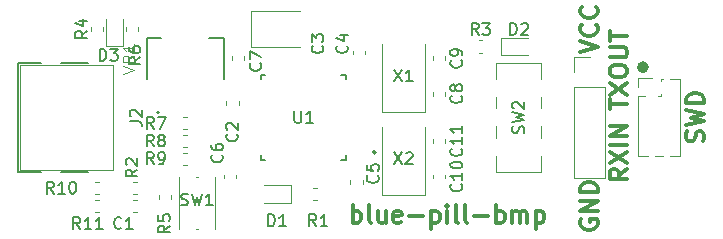
<source format=gbr>
%TF.GenerationSoftware,KiCad,Pcbnew,5.1.6-c6e7f7d~87~ubuntu19.10.1*%
%TF.CreationDate,2020-12-15T16:22:55-08:00*%
%TF.ProjectId,blue-pill-bmp,626c7565-2d70-4696-9c6c-2d626d702e6b,rev?*%
%TF.SameCoordinates,Original*%
%TF.FileFunction,Legend,Top*%
%TF.FilePolarity,Positive*%
%FSLAX46Y46*%
G04 Gerber Fmt 4.6, Leading zero omitted, Abs format (unit mm)*
G04 Created by KiCad (PCBNEW 5.1.6-c6e7f7d~87~ubuntu19.10.1) date 2020-12-15 16:22:55*
%MOMM*%
%LPD*%
G01*
G04 APERTURE LIST*
%ADD10C,0.300000*%
%ADD11C,0.500000*%
%ADD12C,0.200000*%
%ADD13C,0.127000*%
%ADD14C,0.120000*%
%ADD15C,0.150000*%
%ADD16C,0.015000*%
G04 APERTURE END LIST*
D10*
X123678571Y-108928571D02*
X123678571Y-107428571D01*
X123678571Y-108000000D02*
X123821428Y-107928571D01*
X124107142Y-107928571D01*
X124250000Y-108000000D01*
X124321428Y-108071428D01*
X124392857Y-108214285D01*
X124392857Y-108642857D01*
X124321428Y-108785714D01*
X124250000Y-108857142D01*
X124107142Y-108928571D01*
X123821428Y-108928571D01*
X123678571Y-108857142D01*
X125250000Y-108928571D02*
X125107142Y-108857142D01*
X125035714Y-108714285D01*
X125035714Y-107428571D01*
X126464285Y-107928571D02*
X126464285Y-108928571D01*
X125821428Y-107928571D02*
X125821428Y-108714285D01*
X125892857Y-108857142D01*
X126035714Y-108928571D01*
X126250000Y-108928571D01*
X126392857Y-108857142D01*
X126464285Y-108785714D01*
X127750000Y-108857142D02*
X127607142Y-108928571D01*
X127321428Y-108928571D01*
X127178571Y-108857142D01*
X127107142Y-108714285D01*
X127107142Y-108142857D01*
X127178571Y-108000000D01*
X127321428Y-107928571D01*
X127607142Y-107928571D01*
X127750000Y-108000000D01*
X127821428Y-108142857D01*
X127821428Y-108285714D01*
X127107142Y-108428571D01*
X128464285Y-108357142D02*
X129607142Y-108357142D01*
X130321428Y-107928571D02*
X130321428Y-109428571D01*
X130321428Y-108000000D02*
X130464285Y-107928571D01*
X130750000Y-107928571D01*
X130892857Y-108000000D01*
X130964285Y-108071428D01*
X131035714Y-108214285D01*
X131035714Y-108642857D01*
X130964285Y-108785714D01*
X130892857Y-108857142D01*
X130750000Y-108928571D01*
X130464285Y-108928571D01*
X130321428Y-108857142D01*
X131678571Y-108928571D02*
X131678571Y-107928571D01*
X131678571Y-107428571D02*
X131607142Y-107500000D01*
X131678571Y-107571428D01*
X131750000Y-107500000D01*
X131678571Y-107428571D01*
X131678571Y-107571428D01*
X132607142Y-108928571D02*
X132464285Y-108857142D01*
X132392857Y-108714285D01*
X132392857Y-107428571D01*
X133392857Y-108928571D02*
X133250000Y-108857142D01*
X133178571Y-108714285D01*
X133178571Y-107428571D01*
X133964285Y-108357142D02*
X135107142Y-108357142D01*
X135821428Y-108928571D02*
X135821428Y-107428571D01*
X135821428Y-108000000D02*
X135964285Y-107928571D01*
X136250000Y-107928571D01*
X136392857Y-108000000D01*
X136464285Y-108071428D01*
X136535714Y-108214285D01*
X136535714Y-108642857D01*
X136464285Y-108785714D01*
X136392857Y-108857142D01*
X136250000Y-108928571D01*
X135964285Y-108928571D01*
X135821428Y-108857142D01*
X137178571Y-108928571D02*
X137178571Y-107928571D01*
X137178571Y-108071428D02*
X137250000Y-108000000D01*
X137392857Y-107928571D01*
X137607142Y-107928571D01*
X137750000Y-108000000D01*
X137821428Y-108142857D01*
X137821428Y-108928571D01*
X137821428Y-108142857D02*
X137892857Y-108000000D01*
X138035714Y-107928571D01*
X138250000Y-107928571D01*
X138392857Y-108000000D01*
X138464285Y-108142857D01*
X138464285Y-108928571D01*
X139178571Y-107928571D02*
X139178571Y-109428571D01*
X139178571Y-108000000D02*
X139321428Y-107928571D01*
X139607142Y-107928571D01*
X139750000Y-108000000D01*
X139821428Y-108071428D01*
X139892857Y-108214285D01*
X139892857Y-108642857D01*
X139821428Y-108785714D01*
X139750000Y-108857142D01*
X139607142Y-108928571D01*
X139321428Y-108928571D01*
X139178571Y-108857142D01*
X146928571Y-104392857D02*
X146214285Y-104892857D01*
X146928571Y-105250000D02*
X145428571Y-105250000D01*
X145428571Y-104678571D01*
X145500000Y-104535714D01*
X145571428Y-104464285D01*
X145714285Y-104392857D01*
X145928571Y-104392857D01*
X146071428Y-104464285D01*
X146142857Y-104535714D01*
X146214285Y-104678571D01*
X146214285Y-105250000D01*
X145428571Y-103892857D02*
X146928571Y-102892857D01*
X145428571Y-102892857D02*
X146928571Y-103892857D01*
X146928571Y-102321428D02*
X145428571Y-102321428D01*
X146928571Y-101607142D02*
X145428571Y-101607142D01*
X146928571Y-100750000D01*
X145428571Y-100750000D01*
X145428571Y-99285714D02*
X145428571Y-98428571D01*
X146928571Y-98857142D02*
X145428571Y-98857142D01*
X145428571Y-98071428D02*
X146928571Y-97071428D01*
X145428571Y-97071428D02*
X146928571Y-98071428D01*
X145428571Y-96214285D02*
X145428571Y-95928571D01*
X145500000Y-95785714D01*
X145642857Y-95642857D01*
X145928571Y-95571428D01*
X146428571Y-95571428D01*
X146714285Y-95642857D01*
X146857142Y-95785714D01*
X146928571Y-95928571D01*
X146928571Y-96214285D01*
X146857142Y-96357142D01*
X146714285Y-96500000D01*
X146428571Y-96571428D01*
X145928571Y-96571428D01*
X145642857Y-96500000D01*
X145500000Y-96357142D01*
X145428571Y-96214285D01*
X145428571Y-94928571D02*
X146642857Y-94928571D01*
X146785714Y-94857142D01*
X146857142Y-94785714D01*
X146928571Y-94642857D01*
X146928571Y-94357142D01*
X146857142Y-94214285D01*
X146785714Y-94142857D01*
X146642857Y-94071428D01*
X145428571Y-94071428D01*
X145428571Y-93571428D02*
X145428571Y-92714285D01*
X146928571Y-93142857D02*
X145428571Y-93142857D01*
X143000000Y-108642857D02*
X142928571Y-108785714D01*
X142928571Y-109000000D01*
X143000000Y-109214285D01*
X143142857Y-109357142D01*
X143285714Y-109428571D01*
X143571428Y-109500000D01*
X143785714Y-109500000D01*
X144071428Y-109428571D01*
X144214285Y-109357142D01*
X144357142Y-109214285D01*
X144428571Y-109000000D01*
X144428571Y-108857142D01*
X144357142Y-108642857D01*
X144285714Y-108571428D01*
X143785714Y-108571428D01*
X143785714Y-108857142D01*
X144428571Y-107928571D02*
X142928571Y-107928571D01*
X144428571Y-107071428D01*
X142928571Y-107071428D01*
X144428571Y-106357142D02*
X142928571Y-106357142D01*
X142928571Y-106000000D01*
X143000000Y-105785714D01*
X143142857Y-105642857D01*
X143285714Y-105571428D01*
X143571428Y-105500000D01*
X143785714Y-105500000D01*
X144071428Y-105571428D01*
X144214285Y-105642857D01*
X144357142Y-105785714D01*
X144428571Y-106000000D01*
X144428571Y-106357142D01*
X142928571Y-94500000D02*
X144428571Y-94000000D01*
X142928571Y-93500000D01*
X144285714Y-92142857D02*
X144357142Y-92214285D01*
X144428571Y-92428571D01*
X144428571Y-92571428D01*
X144357142Y-92785714D01*
X144214285Y-92928571D01*
X144071428Y-93000000D01*
X143785714Y-93071428D01*
X143571428Y-93071428D01*
X143285714Y-93000000D01*
X143142857Y-92928571D01*
X143000000Y-92785714D01*
X142928571Y-92571428D01*
X142928571Y-92428571D01*
X143000000Y-92214285D01*
X143071428Y-92142857D01*
X144285714Y-90642857D02*
X144357142Y-90714285D01*
X144428571Y-90928571D01*
X144428571Y-91071428D01*
X144357142Y-91285714D01*
X144214285Y-91428571D01*
X144071428Y-91500000D01*
X143785714Y-91571428D01*
X143571428Y-91571428D01*
X143285714Y-91500000D01*
X143142857Y-91428571D01*
X143000000Y-91285714D01*
X142928571Y-91071428D01*
X142928571Y-90928571D01*
X143000000Y-90714285D01*
X143071428Y-90642857D01*
X153357142Y-102035714D02*
X153428571Y-101821428D01*
X153428571Y-101464285D01*
X153357142Y-101321428D01*
X153285714Y-101250000D01*
X153142857Y-101178571D01*
X153000000Y-101178571D01*
X152857142Y-101250000D01*
X152785714Y-101321428D01*
X152714285Y-101464285D01*
X152642857Y-101750000D01*
X152571428Y-101892857D01*
X152500000Y-101964285D01*
X152357142Y-102035714D01*
X152214285Y-102035714D01*
X152071428Y-101964285D01*
X152000000Y-101892857D01*
X151928571Y-101750000D01*
X151928571Y-101392857D01*
X152000000Y-101178571D01*
X151928571Y-100678571D02*
X153428571Y-100321428D01*
X152357142Y-100035714D01*
X153428571Y-99750000D01*
X151928571Y-99392857D01*
X153428571Y-98821428D02*
X151928571Y-98821428D01*
X151928571Y-98464285D01*
X152000000Y-98250000D01*
X152142857Y-98107142D01*
X152285714Y-98035714D01*
X152571428Y-97964285D01*
X152785714Y-97964285D01*
X153071428Y-98035714D01*
X153214285Y-98107142D01*
X153357142Y-98250000D01*
X153428571Y-98464285D01*
X153428571Y-98821428D01*
D11*
X148500000Y-95750000D02*
G75*
G03*
X148500000Y-95750000I-250000J0D01*
G01*
D12*
%TO.C,VR1*%
X107300000Y-99600000D02*
G75*
G03*
X107300000Y-99600000I-100000J0D01*
G01*
D13*
X106250000Y-93250000D02*
X107490000Y-93250000D01*
X106250000Y-96750000D02*
X106250000Y-93250000D01*
X112750000Y-93250000D02*
X111510000Y-93250000D01*
X112750000Y-96750000D02*
X112750000Y-93250000D01*
D14*
%TO.C,R6*%
X105510000Y-92337221D02*
X105510000Y-92662779D01*
X104490000Y-92337221D02*
X104490000Y-92662779D01*
%TO.C,X2*%
X129800000Y-106550000D02*
X129800000Y-100800000D01*
X126200000Y-106550000D02*
X129800000Y-106550000D01*
X126200000Y-100800000D02*
X126200000Y-106550000D01*
%TO.C,X1*%
X129800000Y-99550000D02*
X129800000Y-93800000D01*
X126200000Y-99550000D02*
X129800000Y-99550000D01*
X126200000Y-93800000D02*
X126200000Y-99550000D01*
D13*
%TO.C,U1*%
X122710000Y-103600000D02*
X123100000Y-103600000D01*
X123100000Y-103600000D02*
X123100000Y-103210000D01*
D12*
X125650000Y-102950000D02*
G75*
G03*
X125650000Y-102950000I-150000J0D01*
G01*
D13*
X123100000Y-96790000D02*
X123100000Y-96400000D01*
X123100000Y-96400000D02*
X122710000Y-96400000D01*
X116290000Y-96400000D02*
X115900000Y-96400000D01*
X115900000Y-96400000D02*
X115900000Y-96790000D01*
X115900000Y-103210000D02*
X115900000Y-103600000D01*
X115900000Y-103600000D02*
X116290000Y-103600000D01*
D14*
%TO.C,SW2*%
X135840000Y-95390000D02*
X139660000Y-95390000D01*
X135840000Y-103260000D02*
X135840000Y-104610000D01*
X135840000Y-104610000D02*
X139660000Y-104610000D01*
X139660000Y-104610000D02*
X139660000Y-103260000D01*
X135840000Y-100760000D02*
X135840000Y-101740000D01*
X135840000Y-95390000D02*
X135840000Y-96740000D01*
X139660000Y-95390000D02*
X139660000Y-96740000D01*
X135840000Y-98260000D02*
X135840000Y-99240000D01*
X139660000Y-100760000D02*
X139660000Y-101740000D01*
X139660000Y-98260000D02*
X139660000Y-99240000D01*
%TO.C,SW1*%
X110550000Y-105050000D02*
X110450000Y-105050000D01*
X112050000Y-109450000D02*
X112050000Y-105050000D01*
X108950000Y-105050000D02*
X108950000Y-109450000D01*
X110550000Y-109450000D02*
X110450000Y-109450000D01*
%TO.C,R11*%
X101837221Y-106990000D02*
X102162779Y-106990000D01*
X101837221Y-108010000D02*
X102162779Y-108010000D01*
%TO.C,R10*%
X101837221Y-105490000D02*
X102162779Y-105490000D01*
X101837221Y-106510000D02*
X102162779Y-106510000D01*
%TO.C,R9*%
X109337221Y-102990000D02*
X109662779Y-102990000D01*
X109337221Y-104010000D02*
X109662779Y-104010000D01*
%TO.C,R8*%
X109662779Y-102510000D02*
X109337221Y-102510000D01*
X109662779Y-101490000D02*
X109337221Y-101490000D01*
%TO.C,R7*%
X109662779Y-101010000D02*
X109337221Y-101010000D01*
X109662779Y-99990000D02*
X109337221Y-99990000D01*
%TO.C,R5*%
X107240000Y-106912779D02*
X107240000Y-106587221D01*
X108260000Y-106912779D02*
X108260000Y-106587221D01*
%TO.C,R4*%
X102510000Y-92337221D02*
X102510000Y-92662779D01*
X101490000Y-92337221D02*
X101490000Y-92662779D01*
%TO.C,R3*%
X134337221Y-93490000D02*
X134662779Y-93490000D01*
X134337221Y-94510000D02*
X134662779Y-94510000D01*
%TO.C,R2*%
X105412779Y-106510000D02*
X105087221Y-106510000D01*
X105412779Y-105490000D02*
X105087221Y-105490000D01*
%TO.C,R1*%
X120662779Y-107010000D02*
X120337221Y-107010000D01*
X120662779Y-105990000D02*
X120337221Y-105990000D01*
%TO.C,J4*%
X147870000Y-103235000D02*
X148692470Y-103235000D01*
X150577530Y-103235000D02*
X151400000Y-103235000D01*
X149307530Y-103235000D02*
X149962470Y-103235000D01*
X147870000Y-98220000D02*
X147870000Y-103235000D01*
X151400000Y-96765000D02*
X151400000Y-103235000D01*
X147870000Y-98220000D02*
X148436529Y-98220000D01*
X149563471Y-98220000D02*
X149706529Y-98220000D01*
X149760000Y-98166529D02*
X149760000Y-98023471D01*
X149760000Y-96896529D02*
X149760000Y-96765000D01*
X149760000Y-96765000D02*
X149962470Y-96765000D01*
X150577530Y-96765000D02*
X151400000Y-96765000D01*
X147870000Y-97460000D02*
X147870000Y-96700000D01*
X147870000Y-96700000D02*
X149000000Y-96700000D01*
%TO.C,J3*%
X142420000Y-105140000D02*
X145080000Y-105140000D01*
X142420000Y-97460000D02*
X142420000Y-105140000D01*
X145080000Y-97460000D02*
X145080000Y-105140000D01*
X142420000Y-97460000D02*
X145080000Y-97460000D01*
X142420000Y-96190000D02*
X142420000Y-94860000D01*
X142420000Y-94860000D02*
X143750000Y-94860000D01*
D15*
%TO.C,J2*%
X98950000Y-104600000D02*
X101250000Y-104600000D01*
X95350000Y-104600000D02*
X97300000Y-104600000D01*
X98950000Y-95400000D02*
X101250000Y-95400000D01*
X95350000Y-95400000D02*
X97300000Y-95400000D01*
X95350000Y-104600000D02*
X95350000Y-95400000D01*
D14*
X103425000Y-95530000D02*
X95475000Y-95530000D01*
X95475000Y-104470000D02*
X95475000Y-95530000D01*
X103425000Y-104470000D02*
X95475000Y-104470000D01*
X103425000Y-95530000D02*
X103425000Y-104470000D01*
%TO.C,D3*%
X104235000Y-93985000D02*
X104235000Y-91700000D01*
X102765000Y-93985000D02*
X104235000Y-93985000D01*
X102765000Y-91700000D02*
X102765000Y-93985000D01*
%TO.C,D2*%
X136265000Y-94735000D02*
X138550000Y-94735000D01*
X136265000Y-93265000D02*
X136265000Y-94735000D01*
X138550000Y-93265000D02*
X136265000Y-93265000D01*
%TO.C,D1*%
X118485000Y-105765000D02*
X116200000Y-105765000D01*
X118485000Y-107235000D02*
X118485000Y-105765000D01*
X116200000Y-107235000D02*
X118485000Y-107235000D01*
%TO.C,C11*%
X131510000Y-101837221D02*
X131510000Y-102162779D01*
X130490000Y-101837221D02*
X130490000Y-102162779D01*
%TO.C,C10*%
X130490000Y-105162779D02*
X130490000Y-104837221D01*
X131510000Y-105162779D02*
X131510000Y-104837221D01*
%TO.C,C9*%
X131510000Y-94837221D02*
X131510000Y-95162779D01*
X130490000Y-94837221D02*
X130490000Y-95162779D01*
%TO.C,C8*%
X130490000Y-98162779D02*
X130490000Y-97837221D01*
X131510000Y-98162779D02*
X131510000Y-97837221D01*
%TO.C,C7*%
X113490000Y-95162779D02*
X113490000Y-94837221D01*
X114510000Y-95162779D02*
X114510000Y-94837221D01*
%TO.C,C6*%
X113760000Y-104837221D02*
X113760000Y-105162779D01*
X112740000Y-104837221D02*
X112740000Y-105162779D01*
%TO.C,C5*%
X124510000Y-105337221D02*
X124510000Y-105662779D01*
X123490000Y-105337221D02*
X123490000Y-105662779D01*
%TO.C,C4*%
X123740000Y-94662779D02*
X123740000Y-94337221D01*
X124760000Y-94662779D02*
X124760000Y-94337221D01*
%TO.C,C3*%
X119250000Y-90990000D02*
X115040000Y-90990000D01*
X115040000Y-90990000D02*
X115040000Y-94010000D01*
X115040000Y-94010000D02*
X119250000Y-94010000D01*
%TO.C,C2*%
X114010000Y-98587221D02*
X114010000Y-98912779D01*
X112990000Y-98587221D02*
X112990000Y-98912779D01*
%TO.C,C1*%
X105087221Y-106990000D02*
X105412779Y-106990000D01*
X105087221Y-108010000D02*
X105412779Y-108010000D01*
%TO.C,VR1*%
D16*
X104198380Y-96334523D02*
X105198380Y-96001190D01*
X104198380Y-95667857D01*
X105198380Y-94763095D02*
X104722190Y-95096428D01*
X105198380Y-95334523D02*
X104198380Y-95334523D01*
X104198380Y-94953571D01*
X104246000Y-94858333D01*
X104293619Y-94810714D01*
X104388857Y-94763095D01*
X104531714Y-94763095D01*
X104626952Y-94810714D01*
X104674571Y-94858333D01*
X104722190Y-94953571D01*
X104722190Y-95334523D01*
X105198380Y-93810714D02*
X105198380Y-94382142D01*
X105198380Y-94096428D02*
X104198380Y-94096428D01*
X104341238Y-94191666D01*
X104436476Y-94286904D01*
X104484095Y-94382142D01*
%TO.C,R6*%
D15*
X105702380Y-94916666D02*
X105226190Y-95250000D01*
X105702380Y-95488095D02*
X104702380Y-95488095D01*
X104702380Y-95107142D01*
X104750000Y-95011904D01*
X104797619Y-94964285D01*
X104892857Y-94916666D01*
X105035714Y-94916666D01*
X105130952Y-94964285D01*
X105178571Y-95011904D01*
X105226190Y-95107142D01*
X105226190Y-95488095D01*
X104702380Y-94059523D02*
X104702380Y-94250000D01*
X104750000Y-94345238D01*
X104797619Y-94392857D01*
X104940476Y-94488095D01*
X105130952Y-94535714D01*
X105511904Y-94535714D01*
X105607142Y-94488095D01*
X105654761Y-94440476D01*
X105702380Y-94345238D01*
X105702380Y-94154761D01*
X105654761Y-94059523D01*
X105607142Y-94011904D01*
X105511904Y-93964285D01*
X105273809Y-93964285D01*
X105178571Y-94011904D01*
X105130952Y-94059523D01*
X105083333Y-94154761D01*
X105083333Y-94345238D01*
X105130952Y-94440476D01*
X105178571Y-94488095D01*
X105273809Y-94535714D01*
%TO.C,X2*%
X127190476Y-102952380D02*
X127857142Y-103952380D01*
X127857142Y-102952380D02*
X127190476Y-103952380D01*
X128190476Y-103047619D02*
X128238095Y-103000000D01*
X128333333Y-102952380D01*
X128571428Y-102952380D01*
X128666666Y-103000000D01*
X128714285Y-103047619D01*
X128761904Y-103142857D01*
X128761904Y-103238095D01*
X128714285Y-103380952D01*
X128142857Y-103952380D01*
X128761904Y-103952380D01*
%TO.C,X1*%
X127190476Y-95952380D02*
X127857142Y-96952380D01*
X127857142Y-95952380D02*
X127190476Y-96952380D01*
X128761904Y-96952380D02*
X128190476Y-96952380D01*
X128476190Y-96952380D02*
X128476190Y-95952380D01*
X128380952Y-96095238D01*
X128285714Y-96190476D01*
X128190476Y-96238095D01*
%TO.C,U1*%
X118738095Y-99452380D02*
X118738095Y-100261904D01*
X118785714Y-100357142D01*
X118833333Y-100404761D01*
X118928571Y-100452380D01*
X119119047Y-100452380D01*
X119214285Y-100404761D01*
X119261904Y-100357142D01*
X119309523Y-100261904D01*
X119309523Y-99452380D01*
X120309523Y-100452380D02*
X119738095Y-100452380D01*
X120023809Y-100452380D02*
X120023809Y-99452380D01*
X119928571Y-99595238D01*
X119833333Y-99690476D01*
X119738095Y-99738095D01*
%TO.C,SW2*%
X138154761Y-101333333D02*
X138202380Y-101190476D01*
X138202380Y-100952380D01*
X138154761Y-100857142D01*
X138107142Y-100809523D01*
X138011904Y-100761904D01*
X137916666Y-100761904D01*
X137821428Y-100809523D01*
X137773809Y-100857142D01*
X137726190Y-100952380D01*
X137678571Y-101142857D01*
X137630952Y-101238095D01*
X137583333Y-101285714D01*
X137488095Y-101333333D01*
X137392857Y-101333333D01*
X137297619Y-101285714D01*
X137250000Y-101238095D01*
X137202380Y-101142857D01*
X137202380Y-100904761D01*
X137250000Y-100761904D01*
X137202380Y-100428571D02*
X138202380Y-100190476D01*
X137488095Y-100000000D01*
X138202380Y-99809523D01*
X137202380Y-99571428D01*
X137297619Y-99238095D02*
X137250000Y-99190476D01*
X137202380Y-99095238D01*
X137202380Y-98857142D01*
X137250000Y-98761904D01*
X137297619Y-98714285D01*
X137392857Y-98666666D01*
X137488095Y-98666666D01*
X137630952Y-98714285D01*
X138202380Y-99285714D01*
X138202380Y-98666666D01*
%TO.C,SW1*%
X109166666Y-107404761D02*
X109309523Y-107452380D01*
X109547619Y-107452380D01*
X109642857Y-107404761D01*
X109690476Y-107357142D01*
X109738095Y-107261904D01*
X109738095Y-107166666D01*
X109690476Y-107071428D01*
X109642857Y-107023809D01*
X109547619Y-106976190D01*
X109357142Y-106928571D01*
X109261904Y-106880952D01*
X109214285Y-106833333D01*
X109166666Y-106738095D01*
X109166666Y-106642857D01*
X109214285Y-106547619D01*
X109261904Y-106500000D01*
X109357142Y-106452380D01*
X109595238Y-106452380D01*
X109738095Y-106500000D01*
X110071428Y-106452380D02*
X110309523Y-107452380D01*
X110500000Y-106738095D01*
X110690476Y-107452380D01*
X110928571Y-106452380D01*
X111833333Y-107452380D02*
X111261904Y-107452380D01*
X111547619Y-107452380D02*
X111547619Y-106452380D01*
X111452380Y-106595238D01*
X111357142Y-106690476D01*
X111261904Y-106738095D01*
%TO.C,R11*%
X100607142Y-109452380D02*
X100273809Y-108976190D01*
X100035714Y-109452380D02*
X100035714Y-108452380D01*
X100416666Y-108452380D01*
X100511904Y-108500000D01*
X100559523Y-108547619D01*
X100607142Y-108642857D01*
X100607142Y-108785714D01*
X100559523Y-108880952D01*
X100511904Y-108928571D01*
X100416666Y-108976190D01*
X100035714Y-108976190D01*
X101559523Y-109452380D02*
X100988095Y-109452380D01*
X101273809Y-109452380D02*
X101273809Y-108452380D01*
X101178571Y-108595238D01*
X101083333Y-108690476D01*
X100988095Y-108738095D01*
X102511904Y-109452380D02*
X101940476Y-109452380D01*
X102226190Y-109452380D02*
X102226190Y-108452380D01*
X102130952Y-108595238D01*
X102035714Y-108690476D01*
X101940476Y-108738095D01*
%TO.C,R10*%
X98357142Y-106452380D02*
X98023809Y-105976190D01*
X97785714Y-106452380D02*
X97785714Y-105452380D01*
X98166666Y-105452380D01*
X98261904Y-105500000D01*
X98309523Y-105547619D01*
X98357142Y-105642857D01*
X98357142Y-105785714D01*
X98309523Y-105880952D01*
X98261904Y-105928571D01*
X98166666Y-105976190D01*
X97785714Y-105976190D01*
X99309523Y-106452380D02*
X98738095Y-106452380D01*
X99023809Y-106452380D02*
X99023809Y-105452380D01*
X98928571Y-105595238D01*
X98833333Y-105690476D01*
X98738095Y-105738095D01*
X99928571Y-105452380D02*
X100023809Y-105452380D01*
X100119047Y-105500000D01*
X100166666Y-105547619D01*
X100214285Y-105642857D01*
X100261904Y-105833333D01*
X100261904Y-106071428D01*
X100214285Y-106261904D01*
X100166666Y-106357142D01*
X100119047Y-106404761D01*
X100023809Y-106452380D01*
X99928571Y-106452380D01*
X99833333Y-106404761D01*
X99785714Y-106357142D01*
X99738095Y-106261904D01*
X99690476Y-106071428D01*
X99690476Y-105833333D01*
X99738095Y-105642857D01*
X99785714Y-105547619D01*
X99833333Y-105500000D01*
X99928571Y-105452380D01*
%TO.C,R9*%
X106833333Y-103952380D02*
X106500000Y-103476190D01*
X106261904Y-103952380D02*
X106261904Y-102952380D01*
X106642857Y-102952380D01*
X106738095Y-103000000D01*
X106785714Y-103047619D01*
X106833333Y-103142857D01*
X106833333Y-103285714D01*
X106785714Y-103380952D01*
X106738095Y-103428571D01*
X106642857Y-103476190D01*
X106261904Y-103476190D01*
X107309523Y-103952380D02*
X107500000Y-103952380D01*
X107595238Y-103904761D01*
X107642857Y-103857142D01*
X107738095Y-103714285D01*
X107785714Y-103523809D01*
X107785714Y-103142857D01*
X107738095Y-103047619D01*
X107690476Y-103000000D01*
X107595238Y-102952380D01*
X107404761Y-102952380D01*
X107309523Y-103000000D01*
X107261904Y-103047619D01*
X107214285Y-103142857D01*
X107214285Y-103380952D01*
X107261904Y-103476190D01*
X107309523Y-103523809D01*
X107404761Y-103571428D01*
X107595238Y-103571428D01*
X107690476Y-103523809D01*
X107738095Y-103476190D01*
X107785714Y-103380952D01*
%TO.C,R8*%
X106833333Y-102452380D02*
X106500000Y-101976190D01*
X106261904Y-102452380D02*
X106261904Y-101452380D01*
X106642857Y-101452380D01*
X106738095Y-101500000D01*
X106785714Y-101547619D01*
X106833333Y-101642857D01*
X106833333Y-101785714D01*
X106785714Y-101880952D01*
X106738095Y-101928571D01*
X106642857Y-101976190D01*
X106261904Y-101976190D01*
X107404761Y-101880952D02*
X107309523Y-101833333D01*
X107261904Y-101785714D01*
X107214285Y-101690476D01*
X107214285Y-101642857D01*
X107261904Y-101547619D01*
X107309523Y-101500000D01*
X107404761Y-101452380D01*
X107595238Y-101452380D01*
X107690476Y-101500000D01*
X107738095Y-101547619D01*
X107785714Y-101642857D01*
X107785714Y-101690476D01*
X107738095Y-101785714D01*
X107690476Y-101833333D01*
X107595238Y-101880952D01*
X107404761Y-101880952D01*
X107309523Y-101928571D01*
X107261904Y-101976190D01*
X107214285Y-102071428D01*
X107214285Y-102261904D01*
X107261904Y-102357142D01*
X107309523Y-102404761D01*
X107404761Y-102452380D01*
X107595238Y-102452380D01*
X107690476Y-102404761D01*
X107738095Y-102357142D01*
X107785714Y-102261904D01*
X107785714Y-102071428D01*
X107738095Y-101976190D01*
X107690476Y-101928571D01*
X107595238Y-101880952D01*
%TO.C,R7*%
X106833333Y-100952380D02*
X106500000Y-100476190D01*
X106261904Y-100952380D02*
X106261904Y-99952380D01*
X106642857Y-99952380D01*
X106738095Y-100000000D01*
X106785714Y-100047619D01*
X106833333Y-100142857D01*
X106833333Y-100285714D01*
X106785714Y-100380952D01*
X106738095Y-100428571D01*
X106642857Y-100476190D01*
X106261904Y-100476190D01*
X107166666Y-99952380D02*
X107833333Y-99952380D01*
X107404761Y-100952380D01*
%TO.C,R5*%
X108202380Y-109166666D02*
X107726190Y-109500000D01*
X108202380Y-109738095D02*
X107202380Y-109738095D01*
X107202380Y-109357142D01*
X107250000Y-109261904D01*
X107297619Y-109214285D01*
X107392857Y-109166666D01*
X107535714Y-109166666D01*
X107630952Y-109214285D01*
X107678571Y-109261904D01*
X107726190Y-109357142D01*
X107726190Y-109738095D01*
X107202380Y-108261904D02*
X107202380Y-108738095D01*
X107678571Y-108785714D01*
X107630952Y-108738095D01*
X107583333Y-108642857D01*
X107583333Y-108404761D01*
X107630952Y-108309523D01*
X107678571Y-108261904D01*
X107773809Y-108214285D01*
X108011904Y-108214285D01*
X108107142Y-108261904D01*
X108154761Y-108309523D01*
X108202380Y-108404761D01*
X108202380Y-108642857D01*
X108154761Y-108738095D01*
X108107142Y-108785714D01*
%TO.C,R4*%
X101202380Y-92666666D02*
X100726190Y-93000000D01*
X101202380Y-93238095D02*
X100202380Y-93238095D01*
X100202380Y-92857142D01*
X100250000Y-92761904D01*
X100297619Y-92714285D01*
X100392857Y-92666666D01*
X100535714Y-92666666D01*
X100630952Y-92714285D01*
X100678571Y-92761904D01*
X100726190Y-92857142D01*
X100726190Y-93238095D01*
X100535714Y-91809523D02*
X101202380Y-91809523D01*
X100154761Y-92047619D02*
X100869047Y-92285714D01*
X100869047Y-91666666D01*
%TO.C,R3*%
X134333333Y-93022380D02*
X134000000Y-92546190D01*
X133761904Y-93022380D02*
X133761904Y-92022380D01*
X134142857Y-92022380D01*
X134238095Y-92070000D01*
X134285714Y-92117619D01*
X134333333Y-92212857D01*
X134333333Y-92355714D01*
X134285714Y-92450952D01*
X134238095Y-92498571D01*
X134142857Y-92546190D01*
X133761904Y-92546190D01*
X134666666Y-92022380D02*
X135285714Y-92022380D01*
X134952380Y-92403333D01*
X135095238Y-92403333D01*
X135190476Y-92450952D01*
X135238095Y-92498571D01*
X135285714Y-92593809D01*
X135285714Y-92831904D01*
X135238095Y-92927142D01*
X135190476Y-92974761D01*
X135095238Y-93022380D01*
X134809523Y-93022380D01*
X134714285Y-92974761D01*
X134666666Y-92927142D01*
%TO.C,R2*%
X105452380Y-104416666D02*
X104976190Y-104750000D01*
X105452380Y-104988095D02*
X104452380Y-104988095D01*
X104452380Y-104607142D01*
X104500000Y-104511904D01*
X104547619Y-104464285D01*
X104642857Y-104416666D01*
X104785714Y-104416666D01*
X104880952Y-104464285D01*
X104928571Y-104511904D01*
X104976190Y-104607142D01*
X104976190Y-104988095D01*
X104547619Y-104035714D02*
X104500000Y-103988095D01*
X104452380Y-103892857D01*
X104452380Y-103654761D01*
X104500000Y-103559523D01*
X104547619Y-103511904D01*
X104642857Y-103464285D01*
X104738095Y-103464285D01*
X104880952Y-103511904D01*
X105452380Y-104083333D01*
X105452380Y-103464285D01*
%TO.C,R1*%
X120583333Y-109202380D02*
X120250000Y-108726190D01*
X120011904Y-109202380D02*
X120011904Y-108202380D01*
X120392857Y-108202380D01*
X120488095Y-108250000D01*
X120535714Y-108297619D01*
X120583333Y-108392857D01*
X120583333Y-108535714D01*
X120535714Y-108630952D01*
X120488095Y-108678571D01*
X120392857Y-108726190D01*
X120011904Y-108726190D01*
X121535714Y-109202380D02*
X120964285Y-109202380D01*
X121250000Y-109202380D02*
X121250000Y-108202380D01*
X121154761Y-108345238D01*
X121059523Y-108440476D01*
X120964285Y-108488095D01*
%TO.C,J2*%
X104802380Y-100333333D02*
X105516666Y-100333333D01*
X105659523Y-100380952D01*
X105754761Y-100476190D01*
X105802380Y-100619047D01*
X105802380Y-100714285D01*
X104897619Y-99904761D02*
X104850000Y-99857142D01*
X104802380Y-99761904D01*
X104802380Y-99523809D01*
X104850000Y-99428571D01*
X104897619Y-99380952D01*
X104992857Y-99333333D01*
X105088095Y-99333333D01*
X105230952Y-99380952D01*
X105802380Y-99952380D01*
X105802380Y-99333333D01*
%TO.C,D3*%
X102261904Y-95202380D02*
X102261904Y-94202380D01*
X102500000Y-94202380D01*
X102642857Y-94250000D01*
X102738095Y-94345238D01*
X102785714Y-94440476D01*
X102833333Y-94630952D01*
X102833333Y-94773809D01*
X102785714Y-94964285D01*
X102738095Y-95059523D01*
X102642857Y-95154761D01*
X102500000Y-95202380D01*
X102261904Y-95202380D01*
X103166666Y-94202380D02*
X103785714Y-94202380D01*
X103452380Y-94583333D01*
X103595238Y-94583333D01*
X103690476Y-94630952D01*
X103738095Y-94678571D01*
X103785714Y-94773809D01*
X103785714Y-95011904D01*
X103738095Y-95107142D01*
X103690476Y-95154761D01*
X103595238Y-95202380D01*
X103309523Y-95202380D01*
X103214285Y-95154761D01*
X103166666Y-95107142D01*
%TO.C,D2*%
X137011904Y-93022380D02*
X137011904Y-92022380D01*
X137250000Y-92022380D01*
X137392857Y-92070000D01*
X137488095Y-92165238D01*
X137535714Y-92260476D01*
X137583333Y-92450952D01*
X137583333Y-92593809D01*
X137535714Y-92784285D01*
X137488095Y-92879523D01*
X137392857Y-92974761D01*
X137250000Y-93022380D01*
X137011904Y-93022380D01*
X137964285Y-92117619D02*
X138011904Y-92070000D01*
X138107142Y-92022380D01*
X138345238Y-92022380D01*
X138440476Y-92070000D01*
X138488095Y-92117619D01*
X138535714Y-92212857D01*
X138535714Y-92308095D01*
X138488095Y-92450952D01*
X137916666Y-93022380D01*
X138535714Y-93022380D01*
%TO.C,D1*%
X116511904Y-109202380D02*
X116511904Y-108202380D01*
X116750000Y-108202380D01*
X116892857Y-108250000D01*
X116988095Y-108345238D01*
X117035714Y-108440476D01*
X117083333Y-108630952D01*
X117083333Y-108773809D01*
X117035714Y-108964285D01*
X116988095Y-109059523D01*
X116892857Y-109154761D01*
X116750000Y-109202380D01*
X116511904Y-109202380D01*
X118035714Y-109202380D02*
X117464285Y-109202380D01*
X117750000Y-109202380D02*
X117750000Y-108202380D01*
X117654761Y-108345238D01*
X117559523Y-108440476D01*
X117464285Y-108488095D01*
%TO.C,C11*%
X132857142Y-102642857D02*
X132904761Y-102690476D01*
X132952380Y-102833333D01*
X132952380Y-102928571D01*
X132904761Y-103071428D01*
X132809523Y-103166666D01*
X132714285Y-103214285D01*
X132523809Y-103261904D01*
X132380952Y-103261904D01*
X132190476Y-103214285D01*
X132095238Y-103166666D01*
X132000000Y-103071428D01*
X131952380Y-102928571D01*
X131952380Y-102833333D01*
X132000000Y-102690476D01*
X132047619Y-102642857D01*
X132952380Y-101690476D02*
X132952380Y-102261904D01*
X132952380Y-101976190D02*
X131952380Y-101976190D01*
X132095238Y-102071428D01*
X132190476Y-102166666D01*
X132238095Y-102261904D01*
X132952380Y-100738095D02*
X132952380Y-101309523D01*
X132952380Y-101023809D02*
X131952380Y-101023809D01*
X132095238Y-101119047D01*
X132190476Y-101214285D01*
X132238095Y-101309523D01*
%TO.C,C10*%
X132857142Y-105642857D02*
X132904761Y-105690476D01*
X132952380Y-105833333D01*
X132952380Y-105928571D01*
X132904761Y-106071428D01*
X132809523Y-106166666D01*
X132714285Y-106214285D01*
X132523809Y-106261904D01*
X132380952Y-106261904D01*
X132190476Y-106214285D01*
X132095238Y-106166666D01*
X132000000Y-106071428D01*
X131952380Y-105928571D01*
X131952380Y-105833333D01*
X132000000Y-105690476D01*
X132047619Y-105642857D01*
X132952380Y-104690476D02*
X132952380Y-105261904D01*
X132952380Y-104976190D02*
X131952380Y-104976190D01*
X132095238Y-105071428D01*
X132190476Y-105166666D01*
X132238095Y-105261904D01*
X131952380Y-104071428D02*
X131952380Y-103976190D01*
X132000000Y-103880952D01*
X132047619Y-103833333D01*
X132142857Y-103785714D01*
X132333333Y-103738095D01*
X132571428Y-103738095D01*
X132761904Y-103785714D01*
X132857142Y-103833333D01*
X132904761Y-103880952D01*
X132952380Y-103976190D01*
X132952380Y-104071428D01*
X132904761Y-104166666D01*
X132857142Y-104214285D01*
X132761904Y-104261904D01*
X132571428Y-104309523D01*
X132333333Y-104309523D01*
X132142857Y-104261904D01*
X132047619Y-104214285D01*
X132000000Y-104166666D01*
X131952380Y-104071428D01*
%TO.C,C9*%
X132857142Y-95166666D02*
X132904761Y-95214285D01*
X132952380Y-95357142D01*
X132952380Y-95452380D01*
X132904761Y-95595238D01*
X132809523Y-95690476D01*
X132714285Y-95738095D01*
X132523809Y-95785714D01*
X132380952Y-95785714D01*
X132190476Y-95738095D01*
X132095238Y-95690476D01*
X132000000Y-95595238D01*
X131952380Y-95452380D01*
X131952380Y-95357142D01*
X132000000Y-95214285D01*
X132047619Y-95166666D01*
X132952380Y-94690476D02*
X132952380Y-94500000D01*
X132904761Y-94404761D01*
X132857142Y-94357142D01*
X132714285Y-94261904D01*
X132523809Y-94214285D01*
X132142857Y-94214285D01*
X132047619Y-94261904D01*
X132000000Y-94309523D01*
X131952380Y-94404761D01*
X131952380Y-94595238D01*
X132000000Y-94690476D01*
X132047619Y-94738095D01*
X132142857Y-94785714D01*
X132380952Y-94785714D01*
X132476190Y-94738095D01*
X132523809Y-94690476D01*
X132571428Y-94595238D01*
X132571428Y-94404761D01*
X132523809Y-94309523D01*
X132476190Y-94261904D01*
X132380952Y-94214285D01*
%TO.C,C8*%
X132857142Y-98166666D02*
X132904761Y-98214285D01*
X132952380Y-98357142D01*
X132952380Y-98452380D01*
X132904761Y-98595238D01*
X132809523Y-98690476D01*
X132714285Y-98738095D01*
X132523809Y-98785714D01*
X132380952Y-98785714D01*
X132190476Y-98738095D01*
X132095238Y-98690476D01*
X132000000Y-98595238D01*
X131952380Y-98452380D01*
X131952380Y-98357142D01*
X132000000Y-98214285D01*
X132047619Y-98166666D01*
X132380952Y-97595238D02*
X132333333Y-97690476D01*
X132285714Y-97738095D01*
X132190476Y-97785714D01*
X132142857Y-97785714D01*
X132047619Y-97738095D01*
X132000000Y-97690476D01*
X131952380Y-97595238D01*
X131952380Y-97404761D01*
X132000000Y-97309523D01*
X132047619Y-97261904D01*
X132142857Y-97214285D01*
X132190476Y-97214285D01*
X132285714Y-97261904D01*
X132333333Y-97309523D01*
X132380952Y-97404761D01*
X132380952Y-97595238D01*
X132428571Y-97690476D01*
X132476190Y-97738095D01*
X132571428Y-97785714D01*
X132761904Y-97785714D01*
X132857142Y-97738095D01*
X132904761Y-97690476D01*
X132952380Y-97595238D01*
X132952380Y-97404761D01*
X132904761Y-97309523D01*
X132857142Y-97261904D01*
X132761904Y-97214285D01*
X132571428Y-97214285D01*
X132476190Y-97261904D01*
X132428571Y-97309523D01*
X132380952Y-97404761D01*
%TO.C,C7*%
X115857142Y-95416666D02*
X115904761Y-95464285D01*
X115952380Y-95607142D01*
X115952380Y-95702380D01*
X115904761Y-95845238D01*
X115809523Y-95940476D01*
X115714285Y-95988095D01*
X115523809Y-96035714D01*
X115380952Y-96035714D01*
X115190476Y-95988095D01*
X115095238Y-95940476D01*
X115000000Y-95845238D01*
X114952380Y-95702380D01*
X114952380Y-95607142D01*
X115000000Y-95464285D01*
X115047619Y-95416666D01*
X114952380Y-95083333D02*
X114952380Y-94416666D01*
X115952380Y-94845238D01*
%TO.C,C6*%
X112607142Y-103166666D02*
X112654761Y-103214285D01*
X112702380Y-103357142D01*
X112702380Y-103452380D01*
X112654761Y-103595238D01*
X112559523Y-103690476D01*
X112464285Y-103738095D01*
X112273809Y-103785714D01*
X112130952Y-103785714D01*
X111940476Y-103738095D01*
X111845238Y-103690476D01*
X111750000Y-103595238D01*
X111702380Y-103452380D01*
X111702380Y-103357142D01*
X111750000Y-103214285D01*
X111797619Y-103166666D01*
X111702380Y-102309523D02*
X111702380Y-102500000D01*
X111750000Y-102595238D01*
X111797619Y-102642857D01*
X111940476Y-102738095D01*
X112130952Y-102785714D01*
X112511904Y-102785714D01*
X112607142Y-102738095D01*
X112654761Y-102690476D01*
X112702380Y-102595238D01*
X112702380Y-102404761D01*
X112654761Y-102309523D01*
X112607142Y-102261904D01*
X112511904Y-102214285D01*
X112273809Y-102214285D01*
X112178571Y-102261904D01*
X112130952Y-102309523D01*
X112083333Y-102404761D01*
X112083333Y-102595238D01*
X112130952Y-102690476D01*
X112178571Y-102738095D01*
X112273809Y-102785714D01*
%TO.C,C5*%
X125787142Y-104916666D02*
X125834761Y-104964285D01*
X125882380Y-105107142D01*
X125882380Y-105202380D01*
X125834761Y-105345238D01*
X125739523Y-105440476D01*
X125644285Y-105488095D01*
X125453809Y-105535714D01*
X125310952Y-105535714D01*
X125120476Y-105488095D01*
X125025238Y-105440476D01*
X124930000Y-105345238D01*
X124882380Y-105202380D01*
X124882380Y-105107142D01*
X124930000Y-104964285D01*
X124977619Y-104916666D01*
X124882380Y-104011904D02*
X124882380Y-104488095D01*
X125358571Y-104535714D01*
X125310952Y-104488095D01*
X125263333Y-104392857D01*
X125263333Y-104154761D01*
X125310952Y-104059523D01*
X125358571Y-104011904D01*
X125453809Y-103964285D01*
X125691904Y-103964285D01*
X125787142Y-104011904D01*
X125834761Y-104059523D01*
X125882380Y-104154761D01*
X125882380Y-104392857D01*
X125834761Y-104488095D01*
X125787142Y-104535714D01*
%TO.C,C4*%
X123177142Y-93916666D02*
X123224761Y-93964285D01*
X123272380Y-94107142D01*
X123272380Y-94202380D01*
X123224761Y-94345238D01*
X123129523Y-94440476D01*
X123034285Y-94488095D01*
X122843809Y-94535714D01*
X122700952Y-94535714D01*
X122510476Y-94488095D01*
X122415238Y-94440476D01*
X122320000Y-94345238D01*
X122272380Y-94202380D01*
X122272380Y-94107142D01*
X122320000Y-93964285D01*
X122367619Y-93916666D01*
X122605714Y-93059523D02*
X123272380Y-93059523D01*
X122224761Y-93297619D02*
X122939047Y-93535714D01*
X122939047Y-92916666D01*
%TO.C,C3*%
X121107142Y-93916666D02*
X121154761Y-93964285D01*
X121202380Y-94107142D01*
X121202380Y-94202380D01*
X121154761Y-94345238D01*
X121059523Y-94440476D01*
X120964285Y-94488095D01*
X120773809Y-94535714D01*
X120630952Y-94535714D01*
X120440476Y-94488095D01*
X120345238Y-94440476D01*
X120250000Y-94345238D01*
X120202380Y-94202380D01*
X120202380Y-94107142D01*
X120250000Y-93964285D01*
X120297619Y-93916666D01*
X120202380Y-93583333D02*
X120202380Y-92964285D01*
X120583333Y-93297619D01*
X120583333Y-93154761D01*
X120630952Y-93059523D01*
X120678571Y-93011904D01*
X120773809Y-92964285D01*
X121011904Y-92964285D01*
X121107142Y-93011904D01*
X121154761Y-93059523D01*
X121202380Y-93154761D01*
X121202380Y-93440476D01*
X121154761Y-93535714D01*
X121107142Y-93583333D01*
%TO.C,C2*%
X113857142Y-101416666D02*
X113904761Y-101464285D01*
X113952380Y-101607142D01*
X113952380Y-101702380D01*
X113904761Y-101845238D01*
X113809523Y-101940476D01*
X113714285Y-101988095D01*
X113523809Y-102035714D01*
X113380952Y-102035714D01*
X113190476Y-101988095D01*
X113095238Y-101940476D01*
X113000000Y-101845238D01*
X112952380Y-101702380D01*
X112952380Y-101607142D01*
X113000000Y-101464285D01*
X113047619Y-101416666D01*
X113047619Y-101035714D02*
X113000000Y-100988095D01*
X112952380Y-100892857D01*
X112952380Y-100654761D01*
X113000000Y-100559523D01*
X113047619Y-100511904D01*
X113142857Y-100464285D01*
X113238095Y-100464285D01*
X113380952Y-100511904D01*
X113952380Y-101083333D01*
X113952380Y-100464285D01*
%TO.C,C1*%
X104083333Y-109357142D02*
X104035714Y-109404761D01*
X103892857Y-109452380D01*
X103797619Y-109452380D01*
X103654761Y-109404761D01*
X103559523Y-109309523D01*
X103511904Y-109214285D01*
X103464285Y-109023809D01*
X103464285Y-108880952D01*
X103511904Y-108690476D01*
X103559523Y-108595238D01*
X103654761Y-108500000D01*
X103797619Y-108452380D01*
X103892857Y-108452380D01*
X104035714Y-108500000D01*
X104083333Y-108547619D01*
X105035714Y-109452380D02*
X104464285Y-109452380D01*
X104750000Y-109452380D02*
X104750000Y-108452380D01*
X104654761Y-108595238D01*
X104559523Y-108690476D01*
X104464285Y-108738095D01*
%TD*%
M02*

</source>
